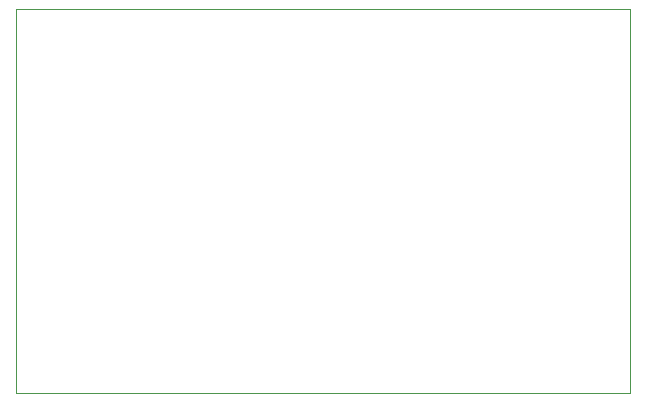
<source format=gbr>
%TF.GenerationSoftware,KiCad,Pcbnew,8.0.9-1.fc41*%
%TF.CreationDate,2025-03-17T15:20:04+02:00*%
%TF.ProjectId,electronics-application-project,656c6563-7472-46f6-9e69-63732d617070,rev?*%
%TF.SameCoordinates,Original*%
%TF.FileFunction,Profile,NP*%
%FSLAX46Y46*%
G04 Gerber Fmt 4.6, Leading zero omitted, Abs format (unit mm)*
G04 Created by KiCad (PCBNEW 8.0.9-1.fc41) date 2025-03-17 15:20:04*
%MOMM*%
%LPD*%
G01*
G04 APERTURE LIST*
%TA.AperFunction,Profile*%
%ADD10C,0.050000*%
%TD*%
G04 APERTURE END LIST*
D10*
X109500000Y-71000000D02*
X161500000Y-71000000D01*
X161500000Y-103500000D01*
X109500000Y-103500000D01*
X109500000Y-71000000D01*
M02*

</source>
